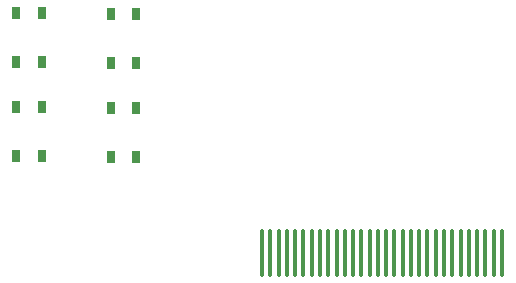
<source format=gbr>
%TF.GenerationSoftware,KiCad,Pcbnew,7.0.7-7.0.7~ubuntu23.04.1*%
%TF.CreationDate,2023-08-19T22:51:39+00:00*%
%TF.ProjectId,AMFOC01,414d464f-4330-4312-9e6b-696361645f70,rev?*%
%TF.SameCoordinates,Original*%
%TF.FileFunction,Paste,Bot*%
%TF.FilePolarity,Positive*%
%FSLAX46Y46*%
G04 Gerber Fmt 4.6, Leading zero omitted, Abs format (unit mm)*
G04 Created by KiCad (PCBNEW 7.0.7-7.0.7~ubuntu23.04.1) date 2023-08-19 22:51:39*
%MOMM*%
%LPD*%
G01*
G04 APERTURE LIST*
G04 Aperture macros list*
%AMRoundRect*
0 Rectangle with rounded corners*
0 $1 Rounding radius*
0 $2 $3 $4 $5 $6 $7 $8 $9 X,Y pos of 4 corners*
0 Add a 4 corners polygon primitive as box body*
4,1,4,$2,$3,$4,$5,$6,$7,$8,$9,$2,$3,0*
0 Add four circle primitives for the rounded corners*
1,1,$1+$1,$2,$3*
1,1,$1+$1,$4,$5*
1,1,$1+$1,$6,$7*
1,1,$1+$1,$8,$9*
0 Add four rect primitives between the rounded corners*
20,1,$1+$1,$2,$3,$4,$5,0*
20,1,$1+$1,$4,$5,$6,$7,0*
20,1,$1+$1,$6,$7,$8,$9,0*
20,1,$1+$1,$8,$9,$2,$3,0*%
G04 Aperture macros list end*
%ADD10R,0.650000X1.050000*%
%ADD11RoundRect,0.087500X0.087500X1.912500X-0.087500X1.912500X-0.087500X-1.912500X0.087500X-1.912500X0*%
G04 APERTURE END LIST*
D10*
%TO.C,SW5*%
X4845000Y-42305000D03*
X4845000Y-46455000D03*
X6995000Y-42305000D03*
X6995000Y-46430000D03*
%TD*%
%TO.C,SW2*%
X12870000Y-34455000D03*
X12870000Y-38605000D03*
X15020000Y-34455000D03*
X15020000Y-38580000D03*
%TD*%
D11*
%TO.C,J8*%
X45970000Y-54635000D03*
X45270000Y-54635000D03*
X44570000Y-54635000D03*
X43870000Y-54635000D03*
X43170000Y-54635000D03*
X42470000Y-54635000D03*
X41770000Y-54635000D03*
X41070000Y-54635000D03*
X40370000Y-54635000D03*
X39670000Y-54635000D03*
X38970000Y-54635000D03*
X38270000Y-54635000D03*
X37570000Y-54635000D03*
X36870000Y-54635000D03*
X36170000Y-54635000D03*
X35470000Y-54635000D03*
X34770000Y-54635000D03*
X34070000Y-54635000D03*
X33370000Y-54635000D03*
X32670000Y-54635000D03*
X31970000Y-54635000D03*
X31270000Y-54635000D03*
X30570000Y-54635000D03*
X29870000Y-54635000D03*
X29170000Y-54635000D03*
X28470000Y-54635000D03*
X27770000Y-54635000D03*
X27070000Y-54635000D03*
X26370000Y-54635000D03*
X25670000Y-54635000D03*
%TD*%
D10*
%TO.C,SW4*%
X4870000Y-34355000D03*
X4870000Y-38505000D03*
X7020000Y-34355000D03*
X7020000Y-38480000D03*
%TD*%
%TO.C,SW3*%
X12845000Y-42405000D03*
X12845000Y-46555000D03*
X14995000Y-42405000D03*
X14995000Y-46530000D03*
%TD*%
M02*

</source>
